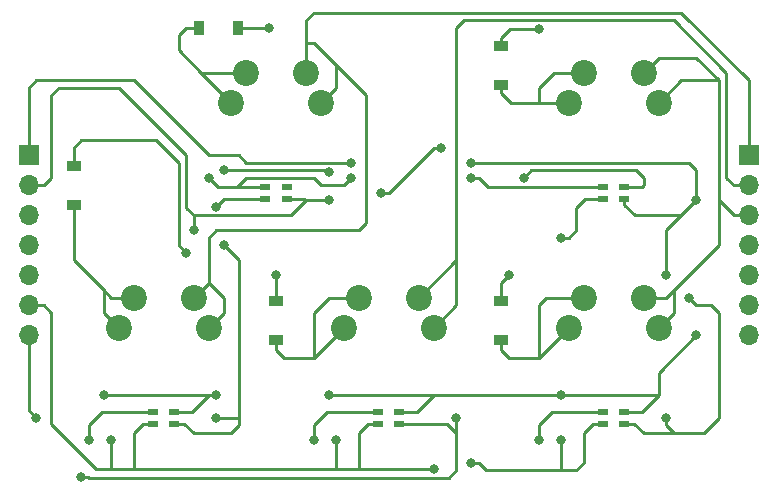
<source format=gbr>
G04 #@! TF.GenerationSoftware,KiCad,Pcbnew,(5.0.0-rc2-dev-471-ge4feb315d)*
G04 #@! TF.CreationDate,2018-05-05T14:14:47+01:00*
G04 #@! TF.ProjectId,cherry_breakout_2u_double_side,6368657272795F627265616B6F75745F,rev?*
G04 #@! TF.SameCoordinates,Original*
G04 #@! TF.FileFunction,Copper,L1,Top,Signal*
G04 #@! TF.FilePolarity,Positive*
%FSLAX46Y46*%
G04 Gerber Fmt 4.6, Leading zero omitted, Abs format (unit mm)*
G04 Created by KiCad (PCBNEW (5.0.0-rc2-dev-471-ge4feb315d)) date Sat May  5 14:14:47 2018*
%MOMM*%
%LPD*%
G01*
G04 APERTURE LIST*
%ADD10R,0.850000X0.500000*%
%ADD11R,1.700000X1.700000*%
%ADD12O,1.700000X1.700000*%
%ADD13C,2.200000*%
%ADD14R,0.900000X1.200000*%
%ADD15R,1.200000X0.900000*%
%ADD16C,0.800000*%
%ADD17C,0.250000*%
G04 APERTURE END LIST*
D10*
X148960000Y-103005000D03*
X148960000Y-104005000D03*
X150760000Y-104005000D03*
X150760000Y-103005000D03*
X141235000Y-122055000D03*
X141235000Y-123055000D03*
X139435000Y-123055000D03*
X139435000Y-122055000D03*
X158485000Y-122055000D03*
X158485000Y-123055000D03*
X160285000Y-123055000D03*
X160285000Y-122055000D03*
X179335000Y-103005000D03*
X179335000Y-104005000D03*
X177535000Y-104005000D03*
X177535000Y-103005000D03*
X177535000Y-122055000D03*
X177535000Y-123055000D03*
X179335000Y-123055000D03*
X179335000Y-122055000D03*
D11*
X128905000Y-100330000D03*
D12*
X128905000Y-102870000D03*
X128905000Y-105410000D03*
X128905000Y-107950000D03*
X128905000Y-110490000D03*
X128905000Y-113030000D03*
X128905000Y-115570000D03*
X189865000Y-115570000D03*
X189865000Y-113030000D03*
X189865000Y-110490000D03*
X189865000Y-107950000D03*
X189865000Y-105410000D03*
X189865000Y-102870000D03*
D11*
X189865000Y-100330000D03*
D13*
X146050000Y-95885000D03*
X152400000Y-93345000D03*
X136525000Y-114935000D03*
X142875000Y-112395000D03*
X137795000Y-112395000D03*
X144145000Y-114935000D03*
X147320000Y-93345000D03*
X153670000Y-95885000D03*
X163195000Y-114935000D03*
X156845000Y-112395000D03*
X161925000Y-112395000D03*
X155575000Y-114935000D03*
X174625000Y-95885000D03*
X180975000Y-93345000D03*
X174625000Y-114935000D03*
X180975000Y-112395000D03*
X175895000Y-112395000D03*
X182245000Y-114935000D03*
X175895000Y-93345000D03*
X182245000Y-95885000D03*
D14*
X143350000Y-89535000D03*
X146650000Y-89535000D03*
D15*
X132715000Y-101220000D03*
X132715000Y-104520000D03*
X149860000Y-115950000D03*
X149860000Y-112650000D03*
X168910000Y-112650000D03*
X168910000Y-115950000D03*
X168910000Y-94360000D03*
X168910000Y-91060000D03*
D16*
X149225000Y-89535000D03*
X172085000Y-89625000D03*
X169545000Y-110490000D03*
X149860000Y-110490000D03*
X142240000Y-108585000D03*
X185420000Y-104140000D03*
X166370000Y-100965000D03*
X156210000Y-100965000D03*
X154305000Y-104140000D03*
X142875000Y-106680000D03*
X145415000Y-107950000D03*
X144780000Y-122555000D03*
X185420000Y-115570000D03*
X173990000Y-120650000D03*
X154305000Y-120650000D03*
X144780000Y-120650000D03*
X135255000Y-120650000D03*
X163195000Y-126910000D03*
X173990000Y-124460000D03*
X154940000Y-124460000D03*
X135890000Y-124460000D03*
X166370000Y-126365000D03*
X172085000Y-124460000D03*
X153035000Y-124460000D03*
X133985000Y-124460000D03*
X165100000Y-122555000D03*
X182880000Y-110490000D03*
X184785000Y-112395000D03*
X182880000Y-122555000D03*
X144145000Y-102235000D03*
X156210000Y-102235000D03*
X166370000Y-102235000D03*
X144780000Y-104685000D03*
X173990000Y-107315000D03*
X145415000Y-101600000D03*
X154305000Y-101690000D03*
X158750000Y-103505000D03*
X163830000Y-99695000D03*
X170815000Y-102235000D03*
X129540000Y-122555000D03*
X133350000Y-127595000D03*
D17*
X153035000Y-88265000D02*
X152400000Y-88900000D01*
X152400000Y-90805000D02*
X152400000Y-93345000D01*
X152400000Y-88900000D02*
X152400000Y-90805000D01*
X154940000Y-94615000D02*
X153670000Y-95885000D01*
X154940000Y-92710000D02*
X154940000Y-94615000D01*
X152400000Y-90805000D02*
X153035000Y-90805000D01*
X153035000Y-90805000D02*
X154940000Y-92710000D01*
X154940000Y-92710000D02*
X157480000Y-95250000D01*
X157480000Y-95250000D02*
X157480000Y-106045000D01*
X157480000Y-106045000D02*
X156845000Y-106680000D01*
X144145000Y-111125000D02*
X142875000Y-112395000D01*
X156845000Y-106680000D02*
X144780000Y-106680000D01*
X144780000Y-106680000D02*
X144145000Y-107315000D01*
X144145000Y-107315000D02*
X144145000Y-111125000D01*
X144145000Y-111125000D02*
X145415000Y-112395000D01*
X145415000Y-112395000D02*
X145415000Y-113665000D01*
X145415000Y-113665000D02*
X144145000Y-114935000D01*
X165100000Y-109220000D02*
X161925000Y-112395000D01*
X165100000Y-89535000D02*
X165100000Y-109220000D01*
X188595000Y-102870000D02*
X187960000Y-102235000D01*
X189865000Y-102870000D02*
X188595000Y-102870000D01*
X165735000Y-88900000D02*
X165100000Y-89535000D01*
X165100000Y-113030000D02*
X165100000Y-109220000D01*
X163195000Y-114935000D02*
X165100000Y-113030000D01*
X188662919Y-105410000D02*
X187325000Y-104072081D01*
X189865000Y-105410000D02*
X188662919Y-105410000D01*
X184150000Y-93980000D02*
X182245000Y-95885000D01*
X187325000Y-93980000D02*
X184150000Y-93980000D01*
X187325000Y-104072081D02*
X187325000Y-93980000D01*
X182880000Y-112395000D02*
X180975000Y-112395000D01*
X187325000Y-104072081D02*
X187325000Y-107950000D01*
X183515000Y-113665000D02*
X182245000Y-114935000D01*
X183515000Y-111760000D02*
X182880000Y-112395000D01*
X183515000Y-111760000D02*
X183515000Y-113665000D01*
X187325000Y-107950000D02*
X183515000Y-111760000D01*
X146050000Y-95885000D02*
X143510000Y-93345000D01*
X147320000Y-93345000D02*
X143510000Y-93345000D01*
X143510000Y-93345000D02*
X141605000Y-91440000D01*
X141605000Y-91440000D02*
X141605000Y-90170000D01*
X142240000Y-89535000D02*
X143130000Y-89535000D01*
X141605000Y-90170000D02*
X142240000Y-89535000D01*
X149225000Y-89535000D02*
X146650000Y-89535000D01*
X168910000Y-90360000D02*
X168910000Y-91060000D01*
X169645000Y-89625000D02*
X168910000Y-90360000D01*
X172085000Y-89625000D02*
X169645000Y-89625000D01*
X169545000Y-110490000D02*
X168910000Y-111125000D01*
X168910000Y-111125000D02*
X168910000Y-112650000D01*
X149860000Y-110490000D02*
X149860000Y-112650000D01*
X132715000Y-101220000D02*
X132715000Y-99695000D01*
X132715000Y-99695000D02*
X133350000Y-99060000D01*
X133350000Y-99060000D02*
X139700000Y-99060000D01*
X139700000Y-99060000D02*
X140335000Y-99695000D01*
X140335000Y-99695000D02*
X141605000Y-100965000D01*
X141605000Y-100965000D02*
X141605000Y-107950000D01*
X141605000Y-107950000D02*
X142240000Y-108585000D01*
X132715000Y-104520000D02*
X132715000Y-108585000D01*
X132715000Y-109220000D02*
X132715000Y-108585000D01*
X137795000Y-112395000D02*
X135890000Y-112395000D01*
X136525000Y-114935000D02*
X135255000Y-113665000D01*
X135255000Y-113665000D02*
X135255000Y-111760000D01*
X135890000Y-112395000D02*
X135255000Y-111760000D01*
X135255000Y-111760000D02*
X132715000Y-109220000D01*
X155575000Y-114935000D02*
X153035000Y-117475000D01*
X153035000Y-117475000D02*
X150495000Y-117475000D01*
X150495000Y-117475000D02*
X149860000Y-116840000D01*
X149860000Y-116840000D02*
X149860000Y-115950000D01*
X156845000Y-112395000D02*
X154305000Y-112395000D01*
X154305000Y-112395000D02*
X153035000Y-113665000D01*
X153035000Y-113665000D02*
X153035000Y-117475000D01*
X174625000Y-114935000D02*
X172085000Y-117475000D01*
X172085000Y-117475000D02*
X169545000Y-117475000D01*
X169545000Y-117475000D02*
X168910000Y-116840000D01*
X168910000Y-116840000D02*
X168910000Y-115950000D01*
X175895000Y-112395000D02*
X172720000Y-112395000D01*
X172720000Y-112395000D02*
X172085000Y-113030000D01*
X172085000Y-113030000D02*
X172085000Y-117475000D01*
X168910000Y-95060000D02*
X168910000Y-94360000D01*
X169735000Y-95885000D02*
X168910000Y-95060000D01*
X175895000Y-93345000D02*
X173355000Y-93345000D01*
X172085000Y-94615000D02*
X172085000Y-95885000D01*
X173355000Y-93345000D02*
X172085000Y-94615000D01*
X174625000Y-95885000D02*
X172085000Y-95885000D01*
X172085000Y-95885000D02*
X169735000Y-95885000D01*
X179335000Y-104505000D02*
X180240000Y-105410000D01*
X179335000Y-104005000D02*
X179335000Y-104505000D01*
X180240000Y-105410000D02*
X184150000Y-105410000D01*
X184150000Y-105410000D02*
X185420000Y-104140000D01*
X185420000Y-104140000D02*
X185420000Y-101600000D01*
X185420000Y-101600000D02*
X184785000Y-100965000D01*
X184785000Y-100965000D02*
X166370000Y-100965000D01*
X154305000Y-104140000D02*
X152400000Y-104140000D01*
X152265000Y-104005000D02*
X150760000Y-104005000D01*
X152400000Y-104140000D02*
X152265000Y-104005000D01*
X152400000Y-104140000D02*
X151130000Y-105410000D01*
X151130000Y-105410000D02*
X142875000Y-105410000D01*
X142875000Y-105410000D02*
X142875000Y-106680000D01*
X145415000Y-107950000D02*
X146685000Y-109220000D01*
X146685000Y-123190000D02*
X146050000Y-123825000D01*
X146050000Y-123825000D02*
X142875000Y-123825000D01*
X142105000Y-123055000D02*
X141235000Y-123055000D01*
X142875000Y-123825000D02*
X142105000Y-123055000D01*
X144780000Y-122555000D02*
X146685000Y-122555000D01*
X146685000Y-109220000D02*
X146685000Y-122555000D01*
X146685000Y-122555000D02*
X146685000Y-123190000D01*
X130175000Y-102870000D02*
X128905000Y-102870000D01*
X130810000Y-102235000D02*
X130175000Y-102870000D01*
X142240000Y-104775000D02*
X142240000Y-100330000D01*
X136525000Y-94615000D02*
X131445000Y-94615000D01*
X142875000Y-105410000D02*
X142240000Y-104775000D01*
X142240000Y-100330000D02*
X136525000Y-94615000D01*
X131445000Y-94615000D02*
X130810000Y-95250000D01*
X130810000Y-95250000D02*
X130810000Y-102235000D01*
X185420000Y-115570000D02*
X182245000Y-118745000D01*
X182245000Y-118745000D02*
X182245000Y-120650000D01*
X180840000Y-122055000D02*
X179335000Y-122055000D01*
X182245000Y-120650000D02*
X180840000Y-122055000D01*
X182245000Y-120650000D02*
X173990000Y-120650000D01*
X173990000Y-120650000D02*
X163195000Y-120650000D01*
X161790000Y-122055000D02*
X160285000Y-122055000D01*
X163195000Y-120650000D02*
X161790000Y-122055000D01*
X163195000Y-120650000D02*
X154305000Y-120650000D01*
X144780000Y-120650000D02*
X144145000Y-120650000D01*
X142740000Y-122055000D02*
X141235000Y-122055000D01*
X144145000Y-120650000D02*
X142740000Y-122055000D01*
X144145000Y-120650000D02*
X135255000Y-120650000D01*
X177535000Y-123055000D02*
X176665000Y-123055000D01*
X176665000Y-123055000D02*
X175895000Y-123825000D01*
X175895000Y-123825000D02*
X175895000Y-126365000D01*
X175895000Y-126365000D02*
X175260000Y-127000000D01*
X173990000Y-124460000D02*
X173990000Y-127000000D01*
X173990000Y-127000000D02*
X175260000Y-127000000D01*
X158485000Y-123055000D02*
X157615000Y-123055000D01*
X156845000Y-123825000D02*
X156845000Y-126910000D01*
X157615000Y-123055000D02*
X156845000Y-123825000D01*
X156845000Y-126910000D02*
X163195000Y-126910000D01*
X154940000Y-124460000D02*
X154940000Y-126910000D01*
X154940000Y-126910000D02*
X156845000Y-126910000D01*
X139435000Y-123055000D02*
X138565000Y-123055000D01*
X138565000Y-123055000D02*
X137795000Y-123825000D01*
X154940000Y-126910000D02*
X137795000Y-126910000D01*
X137795000Y-123825000D02*
X137795000Y-126910000D01*
X137795000Y-126910000D02*
X135890000Y-126910000D01*
X135890000Y-124460000D02*
X135890000Y-126910000D01*
X166370000Y-126365000D02*
X167005000Y-126365000D01*
X167005000Y-126365000D02*
X167640000Y-127000000D01*
X167640000Y-127000000D02*
X173990000Y-127000000D01*
X177535000Y-122055000D02*
X173220000Y-122055000D01*
X173220000Y-122055000D02*
X172085000Y-123190000D01*
X172085000Y-123190000D02*
X172085000Y-124460000D01*
X158485000Y-122055000D02*
X154170000Y-122055000D01*
X153035000Y-123190000D02*
X153035000Y-124460000D01*
X154170000Y-122055000D02*
X153035000Y-123190000D01*
X139435000Y-122055000D02*
X135120000Y-122055000D01*
X133985000Y-123190000D02*
X133985000Y-124460000D01*
X135120000Y-122055000D02*
X133985000Y-123190000D01*
X164330000Y-123055000D02*
X165100000Y-123825000D01*
X160285000Y-123055000D02*
X164330000Y-123055000D01*
X165100000Y-123825000D02*
X165100000Y-122555000D01*
X184150000Y-105410000D02*
X182880000Y-106680000D01*
X182880000Y-106680000D02*
X182880000Y-110490000D01*
X184785000Y-112395000D02*
X185420000Y-113030000D01*
X185420000Y-113030000D02*
X186690000Y-113030000D01*
X186690000Y-113030000D02*
X187325000Y-113665000D01*
X187325000Y-113665000D02*
X187325000Y-122555000D01*
X187325000Y-122555000D02*
X186055000Y-123825000D01*
X180205000Y-123055000D02*
X179335000Y-123055000D01*
X180975000Y-123825000D02*
X180205000Y-123055000D01*
X182880000Y-123190000D02*
X183515000Y-123825000D01*
X182880000Y-122555000D02*
X182880000Y-123190000D01*
X186055000Y-123825000D02*
X183515000Y-123825000D01*
X183515000Y-123825000D02*
X180975000Y-123825000D01*
X137795000Y-93980000D02*
X129540000Y-93980000D01*
X128905000Y-94615000D02*
X128905000Y-100330000D01*
X129540000Y-93980000D02*
X128905000Y-94615000D01*
X144915000Y-103005000D02*
X144145000Y-102235000D01*
X146050000Y-103005000D02*
X146550000Y-103005000D01*
X146050000Y-103005000D02*
X144915000Y-103005000D01*
X148960000Y-103005000D02*
X146050000Y-103005000D01*
X146550000Y-103005000D02*
X147320000Y-102235000D01*
X166370000Y-102235000D02*
X167005000Y-102235000D01*
X167775000Y-103005000D02*
X177535000Y-103005000D01*
X167005000Y-102235000D02*
X167775000Y-103005000D01*
X147320000Y-102235000D02*
X153035000Y-102235000D01*
X153035000Y-102235000D02*
X153670000Y-102870000D01*
X155575000Y-102870000D02*
X156210000Y-102235000D01*
X153670000Y-102870000D02*
X155575000Y-102870000D01*
X148960000Y-104005000D02*
X145460000Y-104005000D01*
X145460000Y-104005000D02*
X144780000Y-104685000D01*
X177535000Y-104005000D02*
X176030000Y-104005000D01*
X176030000Y-104005000D02*
X175260000Y-104775000D01*
X175260000Y-104775000D02*
X175260000Y-106680000D01*
X175260000Y-106680000D02*
X174625000Y-107315000D01*
X174625000Y-107315000D02*
X173990000Y-107315000D01*
X145415000Y-101600000D02*
X154305000Y-101600000D01*
X154305000Y-101600000D02*
X154305000Y-101690000D01*
X158750000Y-103505000D02*
X159385000Y-103505000D01*
X159385000Y-103505000D02*
X163195000Y-99695000D01*
X163195000Y-99695000D02*
X163830000Y-99695000D01*
X179335000Y-103005000D02*
X180840000Y-103005000D01*
X180840000Y-103005000D02*
X180975000Y-102870000D01*
X180975000Y-102870000D02*
X180975000Y-102235000D01*
X180975000Y-102235000D02*
X180340000Y-101600000D01*
X180340000Y-101600000D02*
X172085000Y-101600000D01*
X172085000Y-101600000D02*
X171450000Y-101600000D01*
X171450000Y-101600000D02*
X170815000Y-102235000D01*
X130810000Y-123100000D02*
X134620000Y-126910000D01*
X130810000Y-113665000D02*
X130810000Y-123100000D01*
X134620000Y-126910000D02*
X135890000Y-126910000D01*
X130175000Y-113030000D02*
X130810000Y-113665000D01*
X128905000Y-113030000D02*
X130175000Y-113030000D01*
X128905000Y-121920000D02*
X129540000Y-122555000D01*
X128905000Y-115570000D02*
X128905000Y-121920000D01*
X133985000Y-127635000D02*
X133945000Y-127595000D01*
X164465000Y-127635000D02*
X133985000Y-127635000D01*
X133945000Y-127595000D02*
X133350000Y-127595000D01*
X165100000Y-123825000D02*
X165100000Y-127000000D01*
X165100000Y-127000000D02*
X164465000Y-127635000D01*
X180975000Y-93345000D02*
X182245000Y-92075000D01*
X185420000Y-92075000D02*
X187325000Y-93980000D01*
X182245000Y-92075000D02*
X185420000Y-92075000D01*
X183515000Y-88900000D02*
X182880000Y-88900000D01*
X187960000Y-93345000D02*
X183515000Y-88900000D01*
X182880000Y-88900000D02*
X165735000Y-88900000D01*
X187960000Y-102235000D02*
X187960000Y-93345000D01*
X184150000Y-88265000D02*
X189865000Y-93980000D01*
X189865000Y-100330000D02*
X189865000Y-93980000D01*
X184150000Y-88265000D02*
X153035000Y-88265000D01*
X147320000Y-100965000D02*
X146685000Y-100330000D01*
X156210000Y-100965000D02*
X147320000Y-100965000D01*
X146685000Y-100330000D02*
X144145000Y-100330000D01*
X144145000Y-100330000D02*
X137795000Y-93980000D01*
M02*

</source>
